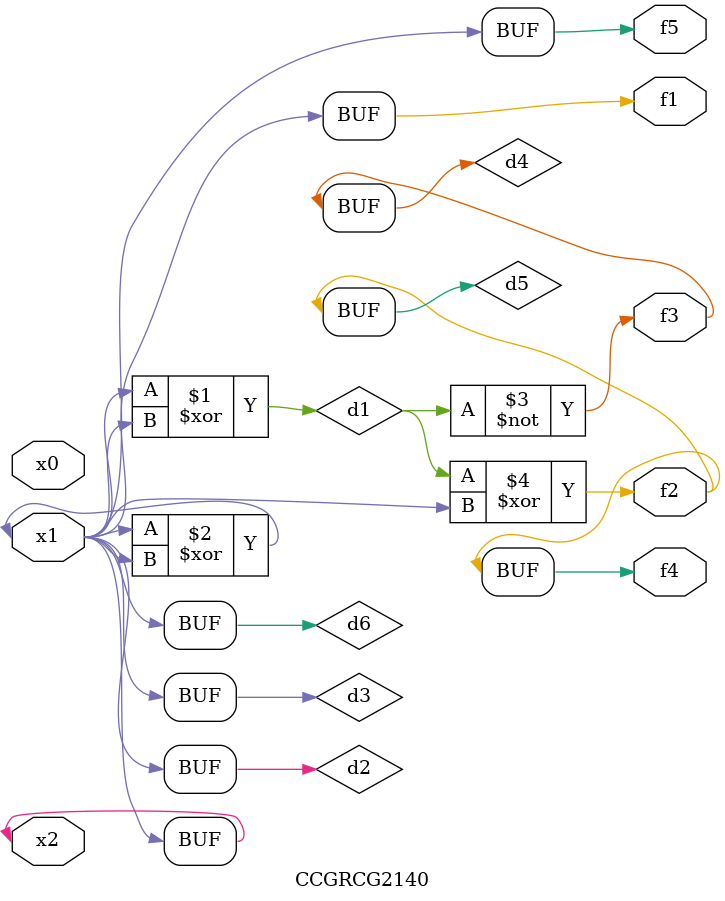
<source format=v>
module CCGRCG2140(
	input x0, x1, x2,
	output f1, f2, f3, f4, f5
);

	wire d1, d2, d3, d4, d5, d6;

	xor (d1, x1, x2);
	buf (d2, x1, x2);
	xor (d3, x1, x2);
	nor (d4, d1);
	xor (d5, d1, d2);
	buf (d6, d2, d3);
	assign f1 = d6;
	assign f2 = d5;
	assign f3 = d4;
	assign f4 = d5;
	assign f5 = d6;
endmodule

</source>
